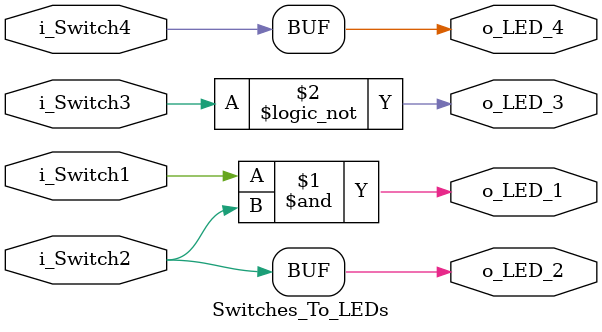
<source format=sv>


module Switches_To_LEDs (
    input i_Switch1,
    input i_Switch2,
    input i_Switch3,
    input i_Switch4,
    output o_LED_1,
    output o_LED_2,
    output o_LED_3,
    output o_LED_4
);

assign o_LED_1 = i_Switch1 & i_Switch2;
assign o_LED_2 = i_Switch2;
assign o_LED_3 = !i_Switch3;
assign o_LED_4 = i_Switch4;
     
endmodule

</source>
